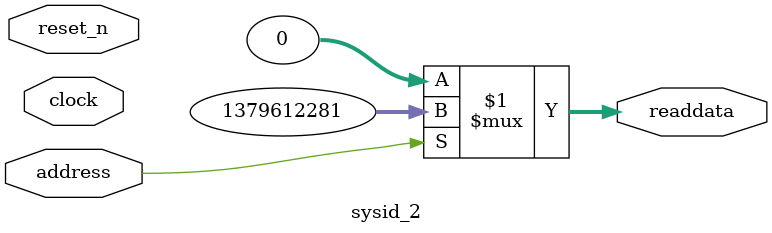
<source format=v>
module sysid_2 (
                address,
                clock,
                reset_n,
                readdata
             )
;
  output  [ 31: 0] readdata;
  input            address;
  input            clock;
  input            reset_n;
  wire    [ 31: 0] readdata;
  assign readdata = address ? 1379612281 : 0;
endmodule
</source>
